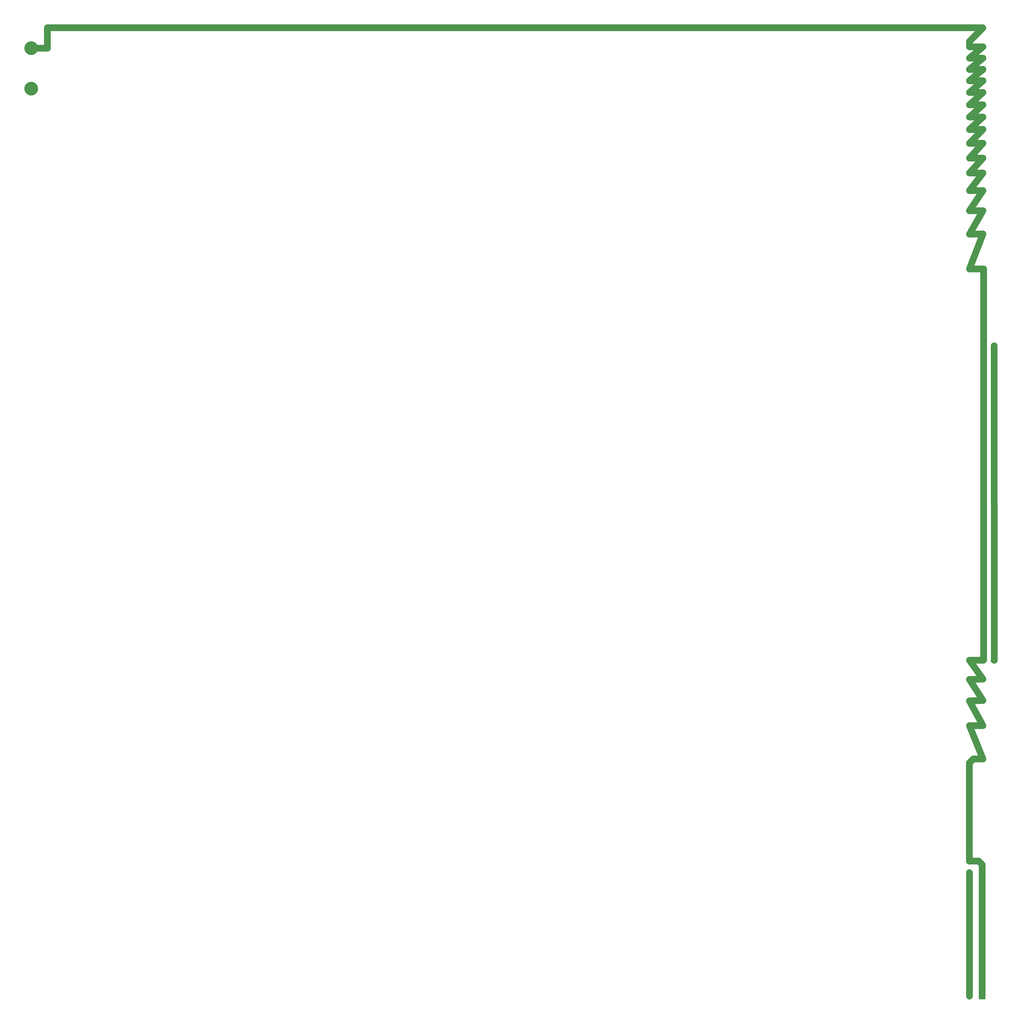
<source format=gbr>
%TF.GenerationSoftware,KiCad,Pcbnew,7.0.1-3b83917a11~172~ubuntu22.04.1*%
%TF.CreationDate,2023-12-10T15:59:10-05:00*%
%TF.ProjectId,coil_template_second,636f696c-5f74-4656-9d70-6c6174655f73,rev?*%
%TF.SameCoordinates,Original*%
%TF.FileFunction,Copper,L2,Bot*%
%TF.FilePolarity,Positive*%
%FSLAX46Y46*%
G04 Gerber Fmt 4.6, Leading zero omitted, Abs format (unit mm)*
G04 Created by KiCad (PCBNEW 7.0.1-3b83917a11~172~ubuntu22.04.1) date 2023-12-10 15:59:10*
%MOMM*%
%LPD*%
G01*
G04 APERTURE LIST*
%TA.AperFunction,ComponentPad*%
%ADD10C,10.160000*%
%TD*%
%TA.AperFunction,SMDPad,CuDef*%
%ADD11R,5.000000X5.000000*%
%TD*%
%TA.AperFunction,ViaPad*%
%ADD12C,4.000000*%
%TD*%
%TA.AperFunction,Conductor*%
%ADD13C,5.000000*%
%TD*%
G04 APERTURE END LIST*
D10*
%TO.P,J1,1,Pin_1*%
%TO.N,Net-(J1-Pin_1)*%
X45240000Y-75240000D03*
%TO.P,J1,2,Pin_2*%
X45240000Y-45270000D03*
%TD*%
D11*
%TO.P,N1,1,Pin_1*%
%TO.N,Net-(J1-Pin_1)*%
X749431888Y-746902038D03*
%TD*%
D12*
%TO.N,Net-(J1-Pin_1)*%
X758432553Y-498417197D03*
X740030888Y-655490069D03*
X758288337Y-265574402D03*
X740032051Y-747568972D03*
%TD*%
D13*
%TO.N,Net-(J1-Pin_1)*%
X750000000Y-126634600D02*
X740000000Y-126630000D01*
X749409939Y-742641174D02*
X749409939Y-746398871D01*
X740000000Y-105395800D02*
X750000000Y-96220000D01*
X750000000Y-60947400D02*
X740000000Y-60950000D01*
X749431888Y-742663123D02*
X749409939Y-742641174D01*
X740000000Y-182947800D02*
X750000000Y-165530000D01*
X740000000Y-208628100D02*
X750526989Y-208628100D01*
X749431888Y-746902038D02*
X749431888Y-742663123D01*
X740000000Y-69326300D02*
X750000000Y-60950000D01*
X740000000Y-546707200D02*
X750000000Y-571320000D01*
X758288337Y-265574402D02*
X758432553Y-498417197D01*
X740000000Y-126634600D02*
X750000000Y-115640000D01*
X740000000Y-498278000D02*
X750000000Y-512270000D01*
X746748846Y-646984511D02*
X746777621Y-646955736D01*
X750000000Y-182710000D02*
X740000000Y-182950000D01*
X750000000Y-528092800D02*
X740000000Y-528390000D01*
X750000000Y-150624500D02*
X740000000Y-150620000D01*
X750000000Y-87110300D02*
X740000000Y-87110000D01*
X750269813Y-498278000D02*
X740000000Y-498278000D01*
X740000000Y-150624500D02*
X750000000Y-137630000D01*
X746777621Y-646955736D02*
X749409939Y-649588054D01*
X740000000Y-165593800D02*
X750000000Y-150620000D01*
X750526989Y-497906944D02*
X750583929Y-497963884D01*
X750000000Y-115637200D02*
X740000000Y-115690000D01*
X740000000Y-40244107D02*
X740000000Y-44190000D01*
X740030888Y-746847248D02*
X740042464Y-746858824D01*
X758288337Y-498275648D02*
X758263543Y-498300442D01*
X739947337Y-646984511D02*
X746748846Y-646984511D01*
X740000000Y-87110300D02*
X750000000Y-78000000D01*
X740000000Y-115693800D02*
X750000000Y-105330000D01*
X750000000Y-165528400D02*
X740000000Y-165590000D01*
X750000000Y-105332000D02*
X740000000Y-105400000D01*
X749956673Y-30287434D02*
X740000000Y-40244107D01*
X750000000Y-546705400D02*
X740000000Y-546710000D01*
X750000000Y-69326300D02*
X740000000Y-69330000D01*
X740000000Y-44190000D02*
X750000000Y-44189500D01*
X750583929Y-497963884D02*
X750269813Y-498278000D01*
X740000000Y-528394700D02*
X750000000Y-546710000D01*
X739947337Y-574287706D02*
X739947337Y-646984511D01*
X758432553Y-498417197D02*
X758288337Y-498275648D01*
X750000000Y-571320000D02*
X742915043Y-571320000D01*
X750000000Y-137632000D02*
X740000000Y-137630000D01*
X740000000Y-137632000D02*
X750000000Y-126630000D01*
X750000000Y-52568400D02*
X740000000Y-52570000D01*
X739947337Y-646984511D02*
X739905023Y-647026825D01*
X750000000Y-512271000D02*
X740000000Y-512480000D01*
X57252612Y-45270000D02*
X57200936Y-45218324D01*
X750526989Y-208628100D02*
X750562849Y-208663960D01*
X57200936Y-45218324D02*
X57200936Y-30122408D01*
X749791647Y-30122408D02*
X749956673Y-30287434D01*
X45240000Y-45270000D02*
X57252612Y-45270000D01*
X740000000Y-512484300D02*
X750000000Y-528090000D01*
X742915043Y-571320000D02*
X739947337Y-574287706D01*
X750000000Y-96221200D02*
X740000000Y-96240000D01*
X750000000Y-77999500D02*
X740000000Y-78000000D01*
X749409939Y-649588054D02*
X749409939Y-742641174D01*
X57200936Y-30122408D02*
X749791647Y-30122408D01*
X740000000Y-52568400D02*
X750000000Y-44190000D01*
X740000000Y-60947400D02*
X750000000Y-52570000D01*
X750526989Y-208628100D02*
X750526989Y-497906944D01*
X740000000Y-77999500D02*
X750000000Y-69330000D01*
X740000000Y-208628100D02*
X750000000Y-182710000D01*
X740030888Y-655490069D02*
X740030888Y-746847248D01*
X740000000Y-96243600D02*
X750000000Y-87110000D01*
%TD*%
M02*

</source>
